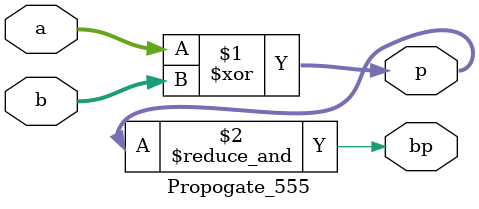
<source format=v>
`timescale 1ns / 1ps


module Propogate_555(a,b,p,bp);
    input [3:0] a,b;
    output [3:0] p;
    output bp;
        assign p = a^b;
        assign bp = &p;
endmodule

</source>
